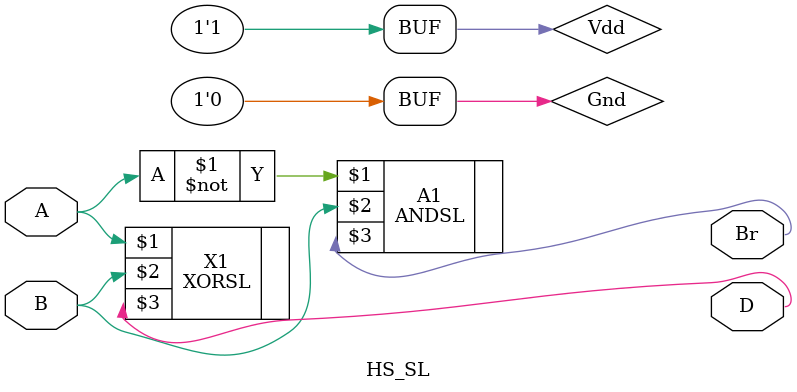
<source format=v>
module HS_SL(A,B,D,Br);
input A,B;
output D,Br;
supply1 Vdd;
supply0 Gnd;
XORSL X1(A,B,D);
ANDSL A1(~A,B,Br);
endmodule

</source>
